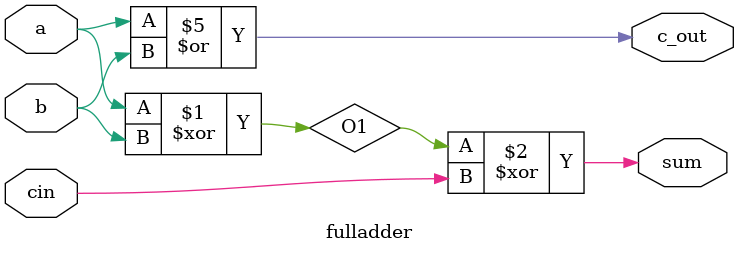
<source format=v>
`timescale 1ns / 1ps
module fulladder(sum,c_out,a,b,cin);
output sum,c_out;
input a,b,cin;
wire O1,O2,O3;
xor u1(O1,a,b);
xor u2(sum,O1,cin);
and u3(O2,O1,cin);
and u4(O3,a,cin);
or u5(c_out,a,b);
endmodule

</source>
